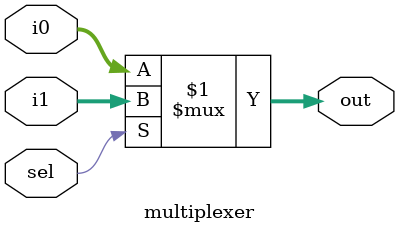
<source format=v>
module multiplexer(out, i0, i1, sel);
    input [15:0] i0, i1;
    input sel;
    output [15:0] out;

    assign out = (sel ? i1 : i0);
endmodule
</source>
